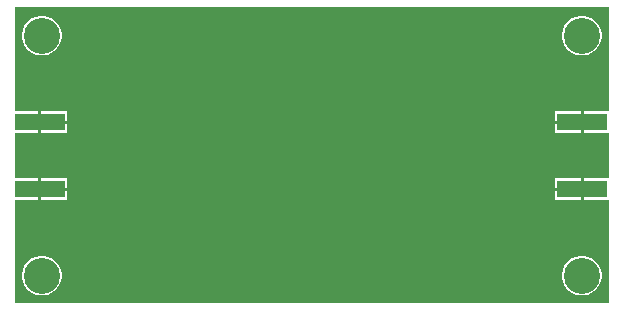
<source format=gbr>
%TF.GenerationSoftware,Altium Limited,Altium Designer,22.6.1 (34)*%
G04 Layer_Physical_Order=2*
G04 Layer_Color=16711680*
%FSLAX26Y26*%
%MOIN*%
%TF.SameCoordinates,8B827DF8-CB59-4627-A0E1-72AFC477AE17*%
%TF.FilePolarity,Positive*%
%TF.FileFunction,Copper,L2,Bot,Signal*%
%TF.Part,Single*%
G01*
G75*
%TA.AperFunction,ConnectorPad*%
%ADD16R,0.165354X0.053150*%
%TA.AperFunction,WasherPad*%
%ADD21C,0.120000*%
%TA.AperFunction,ViaPad*%
%ADD22C,0.020000*%
G36*
X2989805Y1647795D02*
X2907126D01*
Y1611220D01*
Y1574646D01*
X2989805D01*
Y1425354D01*
X2907126D01*
Y1388780D01*
Y1352205D01*
X2989805D01*
Y1010195D01*
X1010195D01*
Y1352205D01*
X1087874D01*
Y1388780D01*
Y1425354D01*
X1010195D01*
Y1574646D01*
X1087874D01*
Y1611220D01*
Y1647795D01*
X1010195D01*
Y1994805D01*
X2989805D01*
Y1647795D01*
D02*
G37*
%LPC*%
G36*
X2906500Y1966000D02*
X2893500D01*
X2880749Y1963464D01*
X2868737Y1958488D01*
X2857927Y1951265D01*
X2848735Y1942072D01*
X2841512Y1931263D01*
X2836536Y1919252D01*
X2834000Y1906500D01*
Y1893500D01*
X2836536Y1880748D01*
X2841512Y1868737D01*
X2848735Y1857928D01*
X2857927Y1848735D01*
X2868737Y1841512D01*
X2880749Y1836536D01*
X2893500Y1834000D01*
X2906500D01*
X2919251Y1836536D01*
X2931263Y1841512D01*
X2942073Y1848735D01*
X2951265Y1857928D01*
X2958488Y1868737D01*
X2963464Y1880748D01*
X2966000Y1893500D01*
Y1906500D01*
X2963464Y1919252D01*
X2958488Y1931263D01*
X2951265Y1942072D01*
X2942073Y1951265D01*
X2931263Y1958488D01*
X2919251Y1963464D01*
X2906500Y1966000D01*
D02*
G37*
G36*
X1106500D02*
X1093500D01*
X1080748Y1963464D01*
X1068737Y1958488D01*
X1057928Y1951265D01*
X1048735Y1942072D01*
X1041512Y1931263D01*
X1036536Y1919252D01*
X1034000Y1906500D01*
Y1893500D01*
X1036536Y1880748D01*
X1041512Y1868737D01*
X1048735Y1857928D01*
X1057928Y1848735D01*
X1068737Y1841512D01*
X1080748Y1836536D01*
X1093500Y1834000D01*
X1106500D01*
X1119252Y1836536D01*
X1131263Y1841512D01*
X1142072Y1848735D01*
X1151265Y1857928D01*
X1158488Y1868737D01*
X1163464Y1880748D01*
X1166000Y1893500D01*
Y1906500D01*
X1163464Y1919252D01*
X1158488Y1931263D01*
X1151265Y1942072D01*
X1142072Y1951265D01*
X1131263Y1958488D01*
X1119252Y1963464D01*
X1106500Y1966000D01*
D02*
G37*
G36*
X1185551Y1647795D02*
X1097874D01*
Y1616220D01*
X1185551D01*
Y1647795D01*
D02*
G37*
G36*
X2897126D02*
X2809449D01*
Y1616220D01*
X2897126D01*
Y1647795D01*
D02*
G37*
G36*
Y1606220D02*
X2809449D01*
Y1574646D01*
X2897126D01*
Y1606220D01*
D02*
G37*
G36*
X1185551D02*
X1097874D01*
Y1574646D01*
X1185551D01*
Y1606220D01*
D02*
G37*
G36*
Y1425354D02*
X1097874D01*
Y1393780D01*
X1185551D01*
Y1425354D01*
D02*
G37*
G36*
X2897126D02*
X2809449D01*
Y1393780D01*
X2897126D01*
Y1425354D01*
D02*
G37*
G36*
Y1383780D02*
X2809449D01*
Y1352205D01*
X2897126D01*
Y1383780D01*
D02*
G37*
G36*
X1185551D02*
X1097874D01*
Y1352205D01*
X1185551D01*
Y1383780D01*
D02*
G37*
G36*
X2906500Y1166000D02*
X2893500D01*
X2880749Y1163464D01*
X2868737Y1158488D01*
X2857927Y1151265D01*
X2848735Y1142072D01*
X2841512Y1131263D01*
X2836536Y1119252D01*
X2834000Y1106500D01*
Y1093500D01*
X2836536Y1080748D01*
X2841512Y1068737D01*
X2848735Y1057928D01*
X2857927Y1048735D01*
X2868737Y1041512D01*
X2880749Y1036536D01*
X2893500Y1034000D01*
X2906500D01*
X2919251Y1036536D01*
X2931263Y1041512D01*
X2942073Y1048735D01*
X2951265Y1057928D01*
X2958488Y1068737D01*
X2963464Y1080748D01*
X2966000Y1093500D01*
Y1106500D01*
X2963464Y1119252D01*
X2958488Y1131263D01*
X2951265Y1142072D01*
X2942073Y1151265D01*
X2931263Y1158488D01*
X2919251Y1163464D01*
X2906500Y1166000D01*
D02*
G37*
G36*
X1106500D02*
X1093500D01*
X1080748Y1163464D01*
X1068737Y1158488D01*
X1057928Y1151265D01*
X1048735Y1142072D01*
X1041512Y1131263D01*
X1036536Y1119252D01*
X1034000Y1106500D01*
Y1093500D01*
X1036536Y1080748D01*
X1041512Y1068737D01*
X1048735Y1057928D01*
X1057928Y1048735D01*
X1068737Y1041512D01*
X1080748Y1036536D01*
X1093500Y1034000D01*
X1106500D01*
X1119252Y1036536D01*
X1131263Y1041512D01*
X1142072Y1048735D01*
X1151265Y1057928D01*
X1158488Y1068737D01*
X1163464Y1080748D01*
X1166000Y1093500D01*
Y1106500D01*
X1163464Y1119252D01*
X1158488Y1131263D01*
X1151265Y1142072D01*
X1142072Y1151265D01*
X1131263Y1158488D01*
X1119252Y1163464D01*
X1106500Y1166000D01*
D02*
G37*
%LPD*%
D16*
X2902126Y1388780D02*
D03*
Y1611220D02*
D03*
X1092874Y1388780D02*
D03*
Y1611220D02*
D03*
D21*
X2900000Y1900000D02*
D03*
Y1100000D02*
D03*
X1100000D02*
D03*
Y1900000D02*
D03*
D22*
X2175000Y1440000D02*
D03*
X1861935Y1158250D02*
D03*
X1821935D02*
D03*
X2393282Y1158870D02*
D03*
X2433282D02*
D03*
X2288282D02*
D03*
X2328282D02*
D03*
X2035000Y1155000D02*
D03*
X2075000D02*
D03*
X2245000Y1650000D02*
D03*
X2145000D02*
D03*
X2295000D02*
D03*
X2951853Y1545392D02*
D03*
X2911853D02*
D03*
X2871853D02*
D03*
X2830000Y1550000D02*
D03*
X2792366Y1537725D02*
D03*
X2752366D02*
D03*
X2715027Y1523378D02*
D03*
X2686743Y1495094D02*
D03*
X2570000Y1495000D02*
D03*
X2545000Y1400000D02*
D03*
X2576468Y1416559D02*
D03*
X2616468D02*
D03*
X2656461Y1417275D02*
D03*
X2696461D02*
D03*
X2732655Y1434304D02*
D03*
X2761250Y1462275D02*
D03*
X2795000Y1450000D02*
D03*
X2840000D02*
D03*
X2880508Y1454608D02*
D03*
X2920508D02*
D03*
X2960508D02*
D03*
X2467001Y1486727D02*
D03*
X2443162Y1454607D02*
D03*
X2422667Y1420256D02*
D03*
X2422275Y1380258D02*
D03*
Y1340258D02*
D03*
X2403846Y1304756D02*
D03*
X2364097Y1300284D02*
D03*
X2324097D02*
D03*
X2284103Y1301001D02*
D03*
X2240000Y1310000D02*
D03*
X2252548Y1229987D02*
D03*
X2372294Y1224834D02*
D03*
X2450339Y1237187D02*
D03*
X2474703Y1268911D02*
D03*
X2497037Y1302095D02*
D03*
X2497725Y1342089D02*
D03*
Y1382089D02*
D03*
X2516305Y1417512D02*
D03*
X2525000Y1495000D02*
D03*
X2124793Y1302725D02*
D03*
X2084793D02*
D03*
X2044855Y1300504D02*
D03*
X2004855D02*
D03*
X1988289Y1224892D02*
D03*
X2108256Y1227275D02*
D03*
X2147448Y1219278D02*
D03*
X2186450Y1228159D02*
D03*
X2181970Y1302333D02*
D03*
X1615841Y1355166D02*
D03*
X1515000Y1315000D02*
D03*
X1553761Y1281301D02*
D03*
X1593730Y1279716D02*
D03*
X1633730D02*
D03*
X1673730D02*
D03*
X1707834Y1258815D02*
D03*
X1738371Y1232978D02*
D03*
X1777612Y1225226D02*
D03*
X1897610Y1225055D02*
D03*
X1937610Y1224892D02*
D03*
X1949748Y1297047D02*
D03*
X1909954Y1301108D02*
D03*
X1869959Y1300504D02*
D03*
X1836225Y1321999D02*
D03*
X1853108Y1358261D02*
D03*
X1767553Y1362810D02*
D03*
X1631645Y1500725D02*
D03*
X1591645D02*
D03*
X1551645D02*
D03*
X1468986Y1432608D02*
D03*
X1500304Y1407725D02*
D03*
X1460305Y1408108D02*
D03*
X1482929Y1331892D02*
D03*
X1603108Y1386800D02*
D03*
X1614047Y1425275D02*
D03*
X1652620Y1414684D02*
D03*
X1680804Y1503840D02*
D03*
X1955050Y1572725D02*
D03*
X1915125Y1570284D02*
D03*
X1875125D02*
D03*
X1835125D02*
D03*
X1796555Y1559683D02*
D03*
X1768160Y1531511D02*
D03*
X1737864Y1505392D02*
D03*
X1737156Y1414608D02*
D03*
X1776892Y1410014D02*
D03*
X1853108Y1414858D02*
D03*
X1852008Y1454842D02*
D03*
X1852813Y1494834D02*
D03*
X1972768Y1497275D02*
D03*
X2012764Y1497802D02*
D03*
X2015993Y1571556D02*
D03*
X2047071Y1496892D02*
D03*
X2087069Y1497275D02*
D03*
X2127069D02*
D03*
X2105235Y1572725D02*
D03*
X2065235D02*
D03*
X2315000Y1810000D02*
D03*
X2220000Y1770000D02*
D03*
X2308204Y1732275D02*
D03*
X2346365Y1720284D02*
D03*
X2362275Y1683584D02*
D03*
Y1643584D02*
D03*
X2360283Y1603634D02*
D03*
X2331999Y1575350D02*
D03*
X2292085Y1572725D02*
D03*
X2215000Y1540000D02*
D03*
X2294869Y1497275D02*
D03*
X2334869D02*
D03*
X2372930Y1509579D02*
D03*
X2401214Y1537863D02*
D03*
X2429218Y1566424D02*
D03*
X2437725Y1605509D02*
D03*
Y1645509D02*
D03*
Y1685509D02*
D03*
X2437030Y1725503D02*
D03*
X2414676Y1758675D02*
D03*
X2386392Y1786959D02*
D03*
X2351970Y1807333D02*
D03*
X2123532Y1807725D02*
D03*
X2083532D02*
D03*
X1975000Y1770000D02*
D03*
X2064279Y1732275D02*
D03*
X2104279D02*
D03*
X2135000Y1735000D02*
D03*
X1868188Y1807725D02*
D03*
X1828188D02*
D03*
X1819279Y1732275D02*
D03*
X1859279D02*
D03*
X1899279D02*
D03*
X1638293Y1807725D02*
D03*
X1598293D02*
D03*
X1558315Y1806397D02*
D03*
X1526200Y1782551D02*
D03*
X1497916Y1754267D02*
D03*
X1469631Y1725982D02*
D03*
X1452275Y1689944D02*
D03*
X1422613Y1663108D02*
D03*
X1412290Y1586892D02*
D03*
X1452275Y1585811D02*
D03*
X1444608Y1546553D02*
D03*
X1534147Y1520741D02*
D03*
X1530015Y1560527D02*
D03*
X1527725Y1600461D02*
D03*
Y1640461D02*
D03*
X1530701Y1680350D02*
D03*
X1558985Y1708634D02*
D03*
X1591252Y1732275D02*
D03*
X1631252D02*
D03*
X1723738Y1773229D02*
D03*
X1323939Y1639849D02*
D03*
X1296950Y1610326D02*
D03*
X1292275Y1570600D02*
D03*
X1269489Y1537725D02*
D03*
X1229489D02*
D03*
X1189489D02*
D03*
X1150231Y1545392D02*
D03*
X1110231D02*
D03*
X1070231D02*
D03*
X1030231D02*
D03*
X1056041Y1454608D02*
D03*
X1096041D02*
D03*
X1136041D02*
D03*
X1175300Y1462275D02*
D03*
X1215300D02*
D03*
X1255300D02*
D03*
X1292275Y1447017D02*
D03*
X1292667Y1407019D02*
D03*
X1313671Y1372977D02*
D03*
X1341956Y1344693D02*
D03*
X1380206Y1332992D02*
D03*
X1420191Y1331892D02*
D03*
X1415089Y1408441D02*
D03*
X1376076Y1417275D02*
D03*
X1445000Y1460000D02*
D03*
X1382765Y1587802D02*
D03*
X1385993Y1661556D02*
D03*
X1205000Y1385000D02*
D03*
X1965000Y1455000D02*
D03*
X2540000Y1315000D02*
D03*
X1755000Y1675000D02*
D03*
X2055000D02*
D03*
X1650000D02*
D03*
X1805000D02*
D03*
X2005000Y1680000D02*
D03*
X1715000Y1865000D02*
D03*
X1770000D02*
D03*
X1665000D02*
D03*
X1955000Y1680000D02*
D03*
X2015000Y1870000D02*
D03*
X1950000D02*
D03*
X2195000Y1650000D02*
D03*
X2125000Y1870000D02*
D03*
X1105000Y1670000D02*
D03*
Y1330000D02*
D03*
X2950000Y1335000D02*
D03*
X2945000Y1670000D02*
D03*
X2195000Y1870000D02*
D03*
X2905000Y1335000D02*
D03*
X2900000Y1670000D02*
D03*
X2270000Y1440000D02*
D03*
X2605000Y1555000D02*
D03*
X2260000Y1870000D02*
D03*
X2160000Y1155000D02*
D03*
X1050000Y1330000D02*
D03*
X1055000Y1670000D02*
D03*
X2685000Y1550000D02*
D03*
X2785000Y1415000D02*
D03*
X2860000Y1335000D02*
D03*
X2785000Y1380000D02*
D03*
X2855000Y1670000D02*
D03*
X2790000Y1615000D02*
D03*
X1160000Y1330000D02*
D03*
X1205000Y1600000D02*
D03*
X1155000Y1670000D02*
D03*
X2220000Y1440000D02*
D03*
X2540000Y1360000D02*
D03*
X2120000Y1155000D02*
D03*
X2645000Y1555000D02*
D03*
X1700000Y1675000D02*
D03*
X1910000Y1680000D02*
D03*
%TF.MD5,64b15481c0554ae748ad3e7c745f031e*%
M02*

</source>
